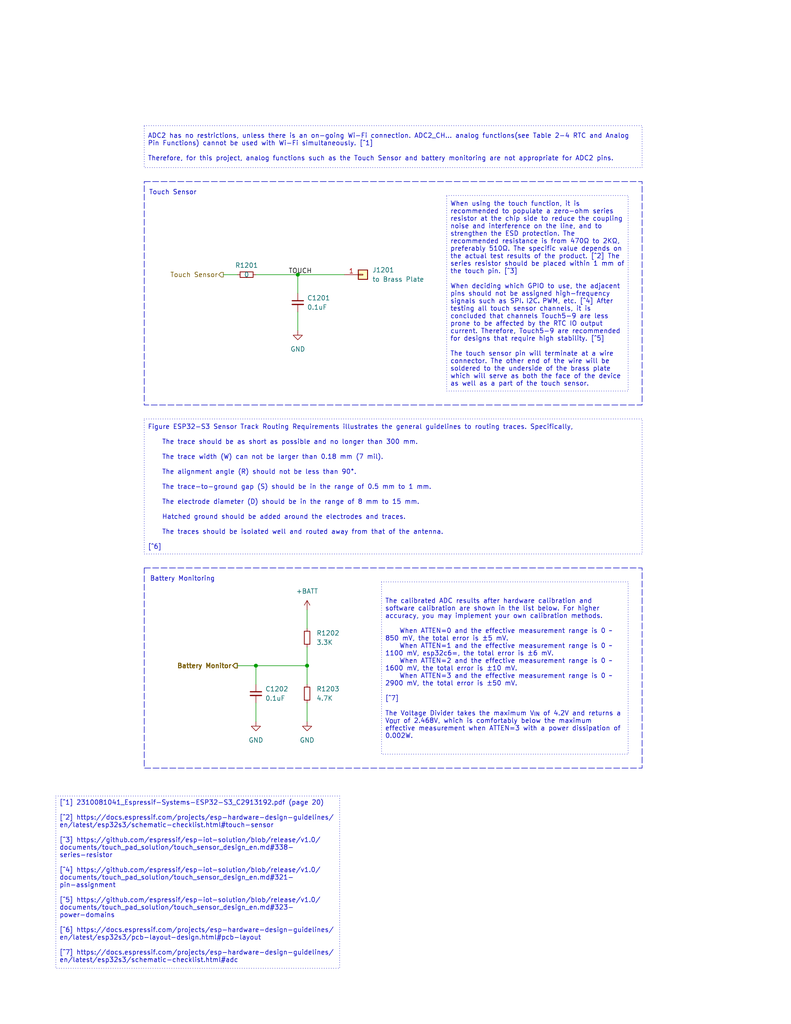
<source format=kicad_sch>
(kicad_sch
	(version 20231120)
	(generator "eeschema")
	(generator_version "8.0")
	(uuid "05a55827-7309-4931-a491-17c08f9f8a6f")
	(paper "A" portrait)
	(title_block
		(title "Comms Badge Voice Assistant")
		(date "2024-03-02")
		(rev "0.1.1")
		(company "Home Sweet Home Assistant")
	)
	(lib_symbols
		(symbol "Comms Badge Voice Assistant Project:+BATT"
			(power)
			(pin_names
				(offset 0)
			)
			(exclude_from_sim no)
			(in_bom yes)
			(on_board yes)
			(property "Reference" "#PWR"
				(at 0 -3.81 0)
				(effects
					(font
						(size 1.27 1.27)
					)
					(hide yes)
				)
			)
			(property "Value" "+BATT"
				(at 0 3.556 0)
				(effects
					(font
						(size 1.27 1.27)
					)
				)
			)
			(property "Footprint" ""
				(at 0 0 0)
				(effects
					(font
						(size 1.27 1.27)
					)
					(hide yes)
				)
			)
			(property "Datasheet" ""
				(at 0 0 0)
				(effects
					(font
						(size 1.27 1.27)
					)
					(hide yes)
				)
			)
			(property "Description" "Power symbol creates a global label with name \"+BATT\""
				(at 0 0 0)
				(effects
					(font
						(size 1.27 1.27)
					)
					(hide yes)
				)
			)
			(property "ki_keywords" "global power battery"
				(at 0 0 0)
				(effects
					(font
						(size 1.27 1.27)
					)
					(hide yes)
				)
			)
			(symbol "+BATT_0_1"
				(polyline
					(pts
						(xy -0.762 1.27) (xy 0 2.54)
					)
					(stroke
						(width 0)
						(type default)
					)
					(fill
						(type none)
					)
				)
				(polyline
					(pts
						(xy 0 0) (xy 0 2.54)
					)
					(stroke
						(width 0)
						(type default)
					)
					(fill
						(type none)
					)
				)
				(polyline
					(pts
						(xy 0 2.54) (xy 0.762 1.27)
					)
					(stroke
						(width 0)
						(type default)
					)
					(fill
						(type none)
					)
				)
			)
			(symbol "+BATT_1_1"
				(pin power_in line
					(at 0 0 90)
					(length 0) hide
					(name "+BATT"
						(effects
							(font
								(size 1.27 1.27)
							)
						)
					)
					(number "1"
						(effects
							(font
								(size 1.27 1.27)
							)
						)
					)
				)
			)
		)
		(symbol "Comms Badge Voice Assistant Project:C_Small"
			(pin_numbers hide)
			(pin_names
				(offset 0.254) hide)
			(exclude_from_sim no)
			(in_bom yes)
			(on_board yes)
			(property "Reference" "C"
				(at 0.254 1.778 0)
				(effects
					(font
						(size 1.27 1.27)
					)
					(justify left)
				)
			)
			(property "Value" "C_Small"
				(at 0.254 -2.032 0)
				(effects
					(font
						(size 1.27 1.27)
					)
					(justify left)
				)
			)
			(property "Footprint" ""
				(at 0 0 0)
				(effects
					(font
						(size 1.27 1.27)
					)
					(hide yes)
				)
			)
			(property "Datasheet" "~"
				(at 0 0 0)
				(effects
					(font
						(size 1.27 1.27)
					)
					(hide yes)
				)
			)
			(property "Description" "Unpolarized capacitor, small symbol"
				(at 0 0 0)
				(effects
					(font
						(size 1.27 1.27)
					)
					(hide yes)
				)
			)
			(property "ki_keywords" "capacitor cap"
				(at 0 0 0)
				(effects
					(font
						(size 1.27 1.27)
					)
					(hide yes)
				)
			)
			(property "ki_fp_filters" "C_*"
				(at 0 0 0)
				(effects
					(font
						(size 1.27 1.27)
					)
					(hide yes)
				)
			)
			(symbol "C_Small_0_1"
				(polyline
					(pts
						(xy -1.524 -0.508) (xy 1.524 -0.508)
					)
					(stroke
						(width 0.3302)
						(type default)
					)
					(fill
						(type none)
					)
				)
				(polyline
					(pts
						(xy -1.524 0.508) (xy 1.524 0.508)
					)
					(stroke
						(width 0.3048)
						(type default)
					)
					(fill
						(type none)
					)
				)
			)
			(symbol "C_Small_1_1"
				(pin passive line
					(at 0 2.54 270)
					(length 2.032)
					(name "~"
						(effects
							(font
								(size 1.27 1.27)
							)
						)
					)
					(number "1"
						(effects
							(font
								(size 1.27 1.27)
							)
						)
					)
				)
				(pin passive line
					(at 0 -2.54 90)
					(length 2.032)
					(name "~"
						(effects
							(font
								(size 1.27 1.27)
							)
						)
					)
					(number "2"
						(effects
							(font
								(size 1.27 1.27)
							)
						)
					)
				)
			)
		)
		(symbol "Comms Badge Voice Assistant Project:Conn_01x01"
			(pin_names
				(offset 1.016) hide)
			(exclude_from_sim no)
			(in_bom yes)
			(on_board yes)
			(property "Reference" "J"
				(at 0 2.54 0)
				(effects
					(font
						(size 1.27 1.27)
					)
				)
			)
			(property "Value" "Conn_01x01"
				(at 0 -2.54 0)
				(effects
					(font
						(size 1.27 1.27)
					)
				)
			)
			(property "Footprint" ""
				(at 0 0 0)
				(effects
					(font
						(size 1.27 1.27)
					)
					(hide yes)
				)
			)
			(property "Datasheet" "~"
				(at 0 0 0)
				(effects
					(font
						(size 1.27 1.27)
					)
					(hide yes)
				)
			)
			(property "Description" "Generic connector, single row, 01x01, script generated (kicad-library-utils/schlib/autogen/connector/)"
				(at 0 0 0)
				(effects
					(font
						(size 1.27 1.27)
					)
					(hide yes)
				)
			)
			(property "ki_keywords" "connector"
				(at 0 0 0)
				(effects
					(font
						(size 1.27 1.27)
					)
					(hide yes)
				)
			)
			(property "ki_fp_filters" "Connector*:*_1x??_*"
				(at 0 0 0)
				(effects
					(font
						(size 1.27 1.27)
					)
					(hide yes)
				)
			)
			(symbol "Conn_01x01_1_1"
				(rectangle
					(start -1.27 0.127)
					(end 0 -0.127)
					(stroke
						(width 0.1524)
						(type default)
					)
					(fill
						(type none)
					)
				)
				(rectangle
					(start -1.27 1.27)
					(end 1.27 -1.27)
					(stroke
						(width 0.254)
						(type default)
					)
					(fill
						(type background)
					)
				)
				(pin passive line
					(at -5.08 0 0)
					(length 3.81)
					(name "Pin_1"
						(effects
							(font
								(size 1.27 1.27)
							)
						)
					)
					(number "1"
						(effects
							(font
								(size 1.27 1.27)
							)
						)
					)
				)
			)
		)
		(symbol "Comms Badge Voice Assistant Project:GND"
			(power)
			(pin_names
				(offset 0)
			)
			(exclude_from_sim no)
			(in_bom yes)
			(on_board yes)
			(property "Reference" "#PWR"
				(at 0 -6.35 0)
				(effects
					(font
						(size 1.27 1.27)
					)
					(hide yes)
				)
			)
			(property "Value" "GND"
				(at 0 -3.81 0)
				(effects
					(font
						(size 1.27 1.27)
					)
				)
			)
			(property "Footprint" ""
				(at 0 0 0)
				(effects
					(font
						(size 1.27 1.27)
					)
					(hide yes)
				)
			)
			(property "Datasheet" ""
				(at 0 0 0)
				(effects
					(font
						(size 1.27 1.27)
					)
					(hide yes)
				)
			)
			(property "Description" "Power symbol creates a global label with name \"GND\" , ground"
				(at 0 0 0)
				(effects
					(font
						(size 1.27 1.27)
					)
					(hide yes)
				)
			)
			(property "ki_keywords" "global power"
				(at 0 0 0)
				(effects
					(font
						(size 1.27 1.27)
					)
					(hide yes)
				)
			)
			(symbol "GND_0_1"
				(polyline
					(pts
						(xy 0 0) (xy 0 -1.27) (xy 1.27 -1.27) (xy 0 -2.54) (xy -1.27 -1.27) (xy 0 -1.27)
					)
					(stroke
						(width 0)
						(type default)
					)
					(fill
						(type none)
					)
				)
			)
			(symbol "GND_1_1"
				(pin power_in line
					(at 0 0 270)
					(length 0) hide
					(name "GND"
						(effects
							(font
								(size 1.27 1.27)
							)
						)
					)
					(number "1"
						(effects
							(font
								(size 1.27 1.27)
							)
						)
					)
				)
			)
		)
		(symbol "Comms Badge Voice Assistant Project:R_Small"
			(pin_numbers hide)
			(pin_names
				(offset 0.254) hide)
			(exclude_from_sim no)
			(in_bom yes)
			(on_board yes)
			(property "Reference" "R"
				(at 0.762 0.508 0)
				(effects
					(font
						(size 1.27 1.27)
					)
					(justify left)
				)
			)
			(property "Value" "R_Small"
				(at 0.762 -1.016 0)
				(effects
					(font
						(size 1.27 1.27)
					)
					(justify left)
				)
			)
			(property "Footprint" ""
				(at 0 0 0)
				(effects
					(font
						(size 1.27 1.27)
					)
					(hide yes)
				)
			)
			(property "Datasheet" "~"
				(at 0 0 0)
				(effects
					(font
						(size 1.27 1.27)
					)
					(hide yes)
				)
			)
			(property "Description" "Resistor, small symbol"
				(at 0 0 0)
				(effects
					(font
						(size 1.27 1.27)
					)
					(hide yes)
				)
			)
			(property "ki_keywords" "R resistor"
				(at 0 0 0)
				(effects
					(font
						(size 1.27 1.27)
					)
					(hide yes)
				)
			)
			(property "ki_fp_filters" "R_*"
				(at 0 0 0)
				(effects
					(font
						(size 1.27 1.27)
					)
					(hide yes)
				)
			)
			(symbol "R_Small_0_1"
				(rectangle
					(start -0.762 1.778)
					(end 0.762 -1.778)
					(stroke
						(width 0.2032)
						(type default)
					)
					(fill
						(type none)
					)
				)
			)
			(symbol "R_Small_1_1"
				(pin passive line
					(at 0 2.54 270)
					(length 0.762)
					(name "~"
						(effects
							(font
								(size 1.27 1.27)
							)
						)
					)
					(number "1"
						(effects
							(font
								(size 1.27 1.27)
							)
						)
					)
				)
				(pin passive line
					(at 0 -2.54 90)
					(length 0.762)
					(name "~"
						(effects
							(font
								(size 1.27 1.27)
							)
						)
					)
					(number "2"
						(effects
							(font
								(size 1.27 1.27)
							)
						)
					)
				)
			)
		)
	)
	(junction
		(at 83.82 181.61)
		(diameter 0)
		(color 0 0 0 0)
		(uuid "25a29f9f-c003-479c-80fb-614024ef8cfc")
	)
	(junction
		(at 69.85 181.61)
		(diameter 0)
		(color 0 0 0 0)
		(uuid "d5f92ae5-d0f5-4ce3-bd94-9de2788a146e")
	)
	(junction
		(at 81.28 74.93)
		(diameter 0)
		(color 0 0 0 0)
		(uuid "e6302575-e3dc-43f7-bce5-1ad02edaabf0")
	)
	(wire
		(pts
			(xy 81.28 74.93) (xy 81.28 80.01)
		)
		(stroke
			(width 0)
			(type default)
		)
		(uuid "04a40714-fe8c-4d61-93f1-b2705c81cabd")
	)
	(wire
		(pts
			(xy 69.85 191.77) (xy 69.85 196.85)
		)
		(stroke
			(width 0)
			(type default)
		)
		(uuid "22fc2f7a-d4d8-4deb-a315-28d43294d421")
	)
	(wire
		(pts
			(xy 83.82 181.61) (xy 83.82 186.69)
		)
		(stroke
			(width 0)
			(type default)
		)
		(uuid "3b14aaea-fc1c-4989-bba0-dafbd823dba3")
	)
	(wire
		(pts
			(xy 69.85 181.61) (xy 69.85 186.69)
		)
		(stroke
			(width 0)
			(type default)
		)
		(uuid "46ec0b4c-6872-48f2-9dd4-596a83ae3c44")
	)
	(wire
		(pts
			(xy 69.85 74.93) (xy 81.28 74.93)
		)
		(stroke
			(width 0)
			(type default)
		)
		(uuid "4b91773f-9885-4bdd-abb8-03c469000fe0")
	)
	(wire
		(pts
			(xy 83.82 181.61) (xy 69.85 181.61)
		)
		(stroke
			(width 0)
			(type default)
		)
		(uuid "4e5a58c6-579e-4be1-9ab7-e8160df33f44")
	)
	(wire
		(pts
			(xy 83.82 166.37) (xy 83.82 171.45)
		)
		(stroke
			(width 0)
			(type default)
		)
		(uuid "6d56b14f-2c32-4fa9-a463-96ca1b85a109")
	)
	(wire
		(pts
			(xy 81.28 85.09) (xy 81.28 90.17)
		)
		(stroke
			(width 0)
			(type default)
		)
		(uuid "72c9ba1a-5806-43bc-a7c5-30dd11f7f189")
	)
	(wire
		(pts
			(xy 69.85 181.61) (xy 64.77 181.61)
		)
		(stroke
			(width 0)
			(type default)
		)
		(uuid "8eb75d3f-2487-490f-8b7f-cc04767f0c7c")
	)
	(wire
		(pts
			(xy 83.82 191.77) (xy 83.82 196.85)
		)
		(stroke
			(width 0)
			(type default)
		)
		(uuid "a3650376-8944-4ce9-9257-133e8666dea7")
	)
	(wire
		(pts
			(xy 81.28 74.93) (xy 93.98 74.93)
		)
		(stroke
			(width 0)
			(type default)
		)
		(uuid "c3f5ca72-478c-480c-804e-2ff723bacc4d")
	)
	(wire
		(pts
			(xy 60.96 74.93) (xy 64.77 74.93)
		)
		(stroke
			(width 0)
			(type default)
		)
		(uuid "dd8b736d-6377-47a8-a1cd-aee4d2936214")
	)
	(wire
		(pts
			(xy 83.82 176.53) (xy 83.82 181.61)
		)
		(stroke
			(width 0)
			(type default)
		)
		(uuid "efce40ec-c9ff-454b-b73b-59841f339154")
	)
	(rectangle
		(start 39.37 49.53)
		(end 175.26 110.49)
		(stroke
			(width 0)
			(type dash)
		)
		(fill
			(type none)
		)
		(uuid 7e239093-daff-4c1a-a00a-c080faf66e1d)
	)
	(rectangle
		(start 39.37 154.94)
		(end 175.26 209.55)
		(stroke
			(width 0)
			(type dash)
		)
		(fill
			(type none)
		)
		(uuid 87cb2da9-9b9d-4534-b211-f178b494f0c6)
	)
	(text_box "Figure ESP32-S3 Sensor Track Routing Requirements illustrates the general guidelines to routing traces. Specifically,\n\n    The trace should be as short as possible and no longer than 300 mm.\n\n    The trace width (W) can not be larger than 0.18 mm (7 mil).\n\n    The alignment angle (R) should not be less than 90°.\n\n    The trace-to-ground gap (S) should be in the range of 0.5 mm to 1 mm.\n\n    The electrode diameter (D) should be in the range of 8 mm to 15 mm.\n\n    Hatched ground should be added around the electrodes and traces.\n\n    The traces should be isolated well and routed away from that of the antenna.\n\n[^6]"
		(exclude_from_sim no)
		(at 39.37 114.3 0)
		(size 135.89 36.83)
		(stroke
			(width 0)
			(type dot)
		)
		(fill
			(type none)
		)
		(effects
			(font
				(size 1.27 1.27)
			)
			(justify left)
		)
		(uuid "43aebdf0-6428-4fea-8126-23f79aef1407")
	)
	(text_box "When using the touch function, it is recommended to populate a zero-ohm series resistor at the chip side to reduce the coupling noise and interference on the line, and to strengthen the ESD protection. The recommended resistance is from 470Ω to 2KΩ, preferably 510Ω. The specific value depends on the actual test results of the product. [^2] The series resistor should be placed within 1 mm of the touch pin. [^3]\n\nWhen deciding which GPIO to use, the adjacent pins should not be assigned high-frequency signals such as SPI，I2C，PWM, etc. [^4] After testing all touch sensor channels, it is concluded that channels Touch5-9 are less prone to be affected by the RTC IO output current. Therefore, Touch5-9 are recommended for designs that require high stability. [^5]\n\nThe touch sensor pin will terminate at a wire connector. The other end of the wire will be soldered to the underside of the brass plate which will serve as both the face of the device as well as a part of the touch sensor."
		(exclude_from_sim no)
		(at 121.92 53.34 0)
		(size 49.53 53.34)
		(stroke
			(width 0)
			(type dot)
		)
		(fill
			(type none)
		)
		(effects
			(font
				(size 1.27 1.27)
			)
			(justify left)
		)
		(uuid "68a13e00-fc7c-4897-baaa-a3c9437ff80b")
	)
	(text_box "[^1] 2310081041_Espressif-Systems-ESP32-S3_C2913192.pdf (page 20)\n\n[^2] https://docs.espressif.com/projects/esp-hardware-design-guidelines/\nen/latest/esp32s3/schematic-checklist.html#touch-sensor\n\n[^3] https://github.com/espressif/esp-iot-solution/blob/release/v1.0/\ndocuments/touch_pad_solution/touch_sensor_design_en.md#338-\nseries-resistor\n\n[^4] https://github.com/espressif/esp-iot-solution/blob/release/v1.0/\ndocuments/touch_pad_solution/touch_sensor_design_en.md#321-\npin-assignment\n\n[^5] https://github.com/espressif/esp-iot-solution/blob/release/v1.0/\ndocuments/touch_pad_solution/touch_sensor_design_en.md#323-\npower-domains\n\n[^6] https://docs.espressif.com/projects/esp-hardware-design-guidelines/\nen/latest/esp32s3/pcb-layout-design.html#pcb-layout\n\n[^7] https://docs.espressif.com/projects/esp-hardware-design-guidelines/\nen/latest/esp32s3/schematic-checklist.html#adc"
		(exclude_from_sim no)
		(at 15.24 217.17 0)
		(size 77.47 46.99)
		(stroke
			(width 0)
			(type dot)
		)
		(fill
			(type none)
		)
		(effects
			(font
				(size 1.27 1.27)
			)
			(justify left top)
		)
		(uuid "6bc277b4-dc66-466b-9303-7410e3a8ca0c")
	)
	(text_box "ADC2 has no restrictions, unless there is an on-going Wi-Fi connection. ADC2_CH… analog functions(see Table 2-4 RTC and Analog Pin Functions) cannot be used with Wi-Fi simultaneously. [^1]\n\nTherefore, for this project, analog functions such as the Touch Sensor and battery monitoring are not appropriate for ADC2 pins."
		(exclude_from_sim no)
		(at 39.37 34.29 0)
		(size 135.89 11.43)
		(stroke
			(width 0)
			(type dot)
		)
		(fill
			(type none)
		)
		(effects
			(font
				(size 1.27 1.27)
			)
			(justify left)
		)
		(uuid "b1564e1d-b686-46a7-9d37-31b7ce9b8fd3")
	)
	(text_box "The calibrated ADC results after hardware calibration and software calibration are shown in the list below. For higher accuracy, you may implement your own calibration methods.\n\n    When ATTEN=0 and the effective measurement range is 0 ~ 850 mV, the total error is ±5 mV.\n    When ATTEN=1 and the effective measurement range is 0 ~ 1100 mV, esp32c6=, the total error is ±6 mV.\n    When ATTEN=2 and the effective measurement range is 0 ~ 1600 mV, the total error is ±10 mV.\n    When ATTEN=3 and the effective measurement range is 0 ~ 2900 mV, the total error is ±50 mV.\n\n[^7]\n\nThe Voltage Divider takes the maximum V_{IN} of 4.2V and returns a V_{OUT} of 2.468V, which is comfortably below the maximum effective measurement when ATTEN=3 with a power dissipation of 0.002W."
		(exclude_from_sim no)
		(at 104.14 158.75 0)
		(size 67.31 46.99)
		(stroke
			(width 0)
			(type dot)
		)
		(fill
			(type none)
		)
		(effects
			(font
				(size 1.27 1.27)
			)
			(justify left)
		)
		(uuid "d17b04c4-bb83-41a5-b2f7-b1b5df68ee5e")
	)
	(text "Touch Sensor"
		(exclude_from_sim no)
		(at 40.64 52.578 0)
		(effects
			(font
				(size 1.27 1.27)
			)
			(justify left)
		)
		(uuid "398f9e32-096a-4ea6-b0ff-a1f0001932f2")
	)
	(text "Battery Monitoring"
		(exclude_from_sim no)
		(at 40.894 157.988 0)
		(effects
			(font
				(size 1.27 1.27)
			)
			(justify left)
		)
		(uuid "c7319555-3c4b-41e8-aba1-d07f1ca948b8")
	)
	(label "TOUCH"
		(at 78.74 74.93 0)
		(fields_autoplaced yes)
		(effects
			(font
				(size 1.27 1.27)
			)
			(justify left bottom)
		)
		(uuid "9f1b7e25-f0fb-47fd-8e77-779d48cf2314")
	)
	(hierarchical_label "Battery Monitor"
		(shape output)
		(at 64.77 181.61 180)
		(fields_autoplaced yes)
		(effects
			(font
				(size 1.27 1.27)
				(bold yes)
			)
			(justify right)
		)
		(uuid "32bed706-62dc-44b8-834e-c8beb85c5ef1")
	)
	(hierarchical_label "Touch Sensor"
		(shape output)
		(at 60.96 74.93 180)
		(fields_autoplaced yes)
		(effects
			(font
				(size 1.27 1.27)
			)
			(justify right)
		)
		(uuid "e2119e65-c4b5-4b4d-b3c1-a578625b7e67")
	)
	(symbol
		(lib_id "Comms Badge Voice Assistant Project:C_Small")
		(at 69.85 189.23 0)
		(unit 1)
		(exclude_from_sim no)
		(in_bom yes)
		(on_board yes)
		(dnp no)
		(fields_autoplaced yes)
		(uuid "056339bb-b1d5-4b09-947e-8139f5fabea7")
		(property "Reference" "C1202"
			(at 72.39 187.9663 0)
			(effects
				(font
					(size 1.27 1.27)
				)
				(justify left)
			)
		)
		(property "Value" "0.1uF"
			(at 72.39 190.5063 0)
			(effects
				(font
					(size 1.27 1.27)
				)
				(justify left)
			)
		)
		(property "Footprint" "Capacitor_SMD:C_0402_1005Metric"
			(at 69.85 189.23 0)
			(effects
				(font
					(size 1.27 1.27)
				)
				(hide yes)
			)
		)
		(property "Datasheet" "https://datasheet.lcsc.com/lcsc/2304140030_Murata-Electronics-GRM155R61H104JE14D_C426067.pdf"
			(at 69.85 189.23 0)
			(effects
				(font
					(size 1.27 1.27)
				)
				(hide yes)
			)
		)
		(property "Description" ""
			(at 69.85 189.23 0)
			(effects
				(font
					(size 1.27 1.27)
				)
				(hide yes)
			)
		)
		(property "LCSC #" "C426067"
			(at 69.85 189.23 0)
			(effects
				(font
					(size 1.27 1.27)
				)
				(hide yes)
			)
		)
		(property "Mfr. Part #" "GRM155R61H104JE14D"
			(at 69.85 189.23 0)
			(effects
				(font
					(size 1.27 1.27)
				)
				(hide yes)
			)
		)
		(property "DigiKey #" "490-16356-1-ND"
			(at 69.85 189.23 0)
			(effects
				(font
					(size 1.27 1.27)
				)
				(hide yes)
			)
		)
		(property "Mouser #" "81-GRM155R61H104JE4D "
			(at 69.85 189.23 0)
			(effects
				(font
					(size 1.27 1.27)
				)
				(hide yes)
			)
		)
		(property "Price" "0.0068"
			(at 69.85 189.23 0)
			(effects
				(font
					(size 1.27 1.27)
				)
				(hide yes)
			)
		)
		(pin "1"
			(uuid "c0523767-418b-4ae6-b3b9-39f0ee158ff8")
		)
		(pin "2"
			(uuid "d3395145-b2da-4be4-9ccf-d1daf5dbef8a")
		)
		(instances
			(project "Comms Badge Voice Assistant Project"
				(path "/615e3260-ff62-492c-a651-02eeac1fdade/5fa97130-643a-4419-aa6c-6ca7316b1e6f/bf0c4bf9-94c7-47ac-bc68-73b6fd32ae74"
					(reference "C1202")
					(unit 1)
				)
			)
		)
	)
	(symbol
		(lib_id "Comms Badge Voice Assistant Project:+BATT")
		(at 83.82 166.37 0)
		(unit 1)
		(exclude_from_sim no)
		(in_bom yes)
		(on_board yes)
		(dnp no)
		(fields_autoplaced yes)
		(uuid "55c18861-a61b-49b6-b362-d36652aa2f8e")
		(property "Reference" "#PWR01201"
			(at 83.82 170.18 0)
			(effects
				(font
					(size 1.27 1.27)
				)
				(hide yes)
			)
		)
		(property "Value" "+BATT"
			(at 83.82 161.29 0)
			(effects
				(font
					(size 1.27 1.27)
				)
			)
		)
		(property "Footprint" ""
			(at 83.82 166.37 0)
			(effects
				(font
					(size 1.27 1.27)
				)
				(hide yes)
			)
		)
		(property "Datasheet" ""
			(at 83.82 166.37 0)
			(effects
				(font
					(size 1.27 1.27)
				)
				(hide yes)
			)
		)
		(property "Description" ""
			(at 83.82 166.37 0)
			(effects
				(font
					(size 1.27 1.27)
				)
				(hide yes)
			)
		)
		(pin "1"
			(uuid "0681c7d0-9903-4979-8bd0-e6d5b7df7fe8")
		)
		(instances
			(project "Comms Badge Voice Assistant Project"
				(path "/615e3260-ff62-492c-a651-02eeac1fdade/5fa97130-643a-4419-aa6c-6ca7316b1e6f/bf0c4bf9-94c7-47ac-bc68-73b6fd32ae74"
					(reference "#PWR01201")
					(unit 1)
				)
			)
		)
	)
	(symbol
		(lib_id "Comms Badge Voice Assistant Project:R_Small")
		(at 67.31 74.93 90)
		(mirror x)
		(unit 1)
		(exclude_from_sim no)
		(in_bom yes)
		(on_board yes)
		(dnp no)
		(uuid "7cdb122f-6071-4f33-bc9f-09cef71f1bba")
		(property "Reference" "R1201"
			(at 67.31 72.39 90)
			(effects
				(font
					(size 1.27 1.27)
				)
			)
		)
		(property "Value" "0"
			(at 67.31 74.93 90)
			(effects
				(font
					(size 1.27 1.27)
				)
			)
		)
		(property "Footprint" "Resistor_SMD:R_0402_1005Metric"
			(at 67.31 74.93 0)
			(effects
				(font
					(size 1.27 1.27)
				)
				(hide yes)
			)
		)
		(property "Datasheet" "https://datasheet.lcsc.com/lcsc/2304140030_YAGEO-RC0402FR-070RL_C106231.pdf"
			(at 67.31 74.93 0)
			(effects
				(font
					(size 1.27 1.27)
				)
				(hide yes)
			)
		)
		(property "Description" ""
			(at 67.31 74.93 0)
			(effects
				(font
					(size 1.27 1.27)
				)
				(hide yes)
			)
		)
		(property "LCSC #" "C106231"
			(at 67.31 74.93 0)
			(effects
				(font
					(size 1.27 1.27)
				)
				(hide yes)
			)
		)
		(property "Mfr. Part #" "RC0402FR-070RL"
			(at 67.31 74.93 0)
			(effects
				(font
					(size 1.27 1.27)
				)
				(hide yes)
			)
		)
		(property "DigiKey #" "311-0.0LRCT-ND"
			(at 67.31 74.93 0)
			(effects
				(font
					(size 1.27 1.27)
				)
				(hide yes)
			)
		)
		(property "Mouser #" "603-RC0402FR-070RL"
			(at 67.31 74.93 0)
			(effects
				(font
					(size 1.27 1.27)
				)
				(hide yes)
			)
		)
		(property "Price" "0.0007"
			(at 67.31 74.93 0)
			(effects
				(font
					(size 1.27 1.27)
				)
				(hide yes)
			)
		)
		(pin "1"
			(uuid "cdb2feea-12d1-4c09-ba49-59f0b2e343f8")
		)
		(pin "2"
			(uuid "bbf02c59-54c4-4250-b336-e303d2ef59bb")
		)
		(instances
			(project "Comms Badge Voice Assistant Project"
				(path "/615e3260-ff62-492c-a651-02eeac1fdade/5fa97130-643a-4419-aa6c-6ca7316b1e6f/bf0c4bf9-94c7-47ac-bc68-73b6fd32ae74"
					(reference "R1201")
					(unit 1)
				)
			)
		)
	)
	(symbol
		(lib_id "Comms Badge Voice Assistant Project:GND")
		(at 69.85 196.85 0)
		(unit 1)
		(exclude_from_sim no)
		(in_bom yes)
		(on_board yes)
		(dnp no)
		(fields_autoplaced yes)
		(uuid "92487db6-8339-4de1-ba87-c148bba0607e")
		(property "Reference" "#PWR01202"
			(at 69.85 203.2 0)
			(effects
				(font
					(size 1.27 1.27)
				)
				(hide yes)
			)
		)
		(property "Value" "GND"
			(at 69.85 201.93 0)
			(effects
				(font
					(size 1.27 1.27)
				)
			)
		)
		(property "Footprint" ""
			(at 69.85 196.85 0)
			(effects
				(font
					(size 1.27 1.27)
				)
				(hide yes)
			)
		)
		(property "Datasheet" ""
			(at 69.85 196.85 0)
			(effects
				(font
					(size 1.27 1.27)
				)
				(hide yes)
			)
		)
		(property "Description" ""
			(at 69.85 196.85 0)
			(effects
				(font
					(size 1.27 1.27)
				)
				(hide yes)
			)
		)
		(pin "1"
			(uuid "cca8af7c-4581-4603-b619-4b437101a91d")
		)
		(instances
			(project "Comms Badge Voice Assistant Project"
				(path "/615e3260-ff62-492c-a651-02eeac1fdade/5fa97130-643a-4419-aa6c-6ca7316b1e6f/bf0c4bf9-94c7-47ac-bc68-73b6fd32ae74"
					(reference "#PWR01202")
					(unit 1)
				)
			)
		)
	)
	(symbol
		(lib_id "Comms Badge Voice Assistant Project:R_Small")
		(at 83.82 189.23 0)
		(unit 1)
		(exclude_from_sim no)
		(in_bom yes)
		(on_board yes)
		(dnp no)
		(fields_autoplaced yes)
		(uuid "92b17612-a31f-4542-9e3b-2b3f05394d02")
		(property "Reference" "R1203"
			(at 86.36 187.96 0)
			(effects
				(font
					(size 1.27 1.27)
				)
				(justify left)
			)
		)
		(property "Value" "4.7K"
			(at 86.36 190.5 0)
			(effects
				(font
					(size 1.27 1.27)
				)
				(justify left)
			)
		)
		(property "Footprint" "Resistor_SMD:R_0402_1005Metric"
			(at 83.82 189.23 0)
			(effects
				(font
					(size 1.27 1.27)
				)
				(hide yes)
			)
		)
		(property "Datasheet" "https://datasheet.lcsc.com/lcsc/2304140030_YAGEO-RC0402FR-074K7L_C105871.pdf"
			(at 83.82 189.23 0)
			(effects
				(font
					(size 1.27 1.27)
				)
				(hide yes)
			)
		)
		(property "Description" ""
			(at 83.82 189.23 0)
			(effects
				(font
					(size 1.27 1.27)
				)
				(hide yes)
			)
		)
		(property "DigiKey #" "311-4.7KLRCT-ND"
			(at 83.82 189.23 0)
			(effects
				(font
					(size 1.27 1.27)
				)
				(hide yes)
			)
		)
		(property "LCSC #" "C105871"
			(at 83.82 189.23 0)
			(effects
				(font
					(size 1.27 1.27)
				)
				(hide yes)
			)
		)
		(property "Mfr. Part #" "RC0402FR-074K7L"
			(at 83.82 189.23 0)
			(effects
				(font
					(size 1.27 1.27)
				)
				(hide yes)
			)
		)
		(property "Mouser #" "603-RC0402FR-074K7L"
			(at 83.82 189.23 0)
			(effects
				(font
					(size 1.27 1.27)
				)
				(hide yes)
			)
		)
		(property "Price" "0.0006"
			(at 83.82 189.23 0)
			(effects
				(font
					(size 1.27 1.27)
				)
				(hide yes)
			)
		)
		(pin "1"
			(uuid "ad93138c-d4d8-40be-af45-2eca67e04ca1")
		)
		(pin "2"
			(uuid "d938333c-b46e-448a-ba40-e1e5178ac2d1")
		)
		(instances
			(project "Comms Badge Voice Assistant Project"
				(path "/615e3260-ff62-492c-a651-02eeac1fdade/5fa97130-643a-4419-aa6c-6ca7316b1e6f/bf0c4bf9-94c7-47ac-bc68-73b6fd32ae74"
					(reference "R1203")
					(unit 1)
				)
			)
		)
	)
	(symbol
		(lib_id "Comms Badge Voice Assistant Project:R_Small")
		(at 83.82 173.99 180)
		(unit 1)
		(exclude_from_sim no)
		(in_bom yes)
		(on_board yes)
		(dnp no)
		(fields_autoplaced yes)
		(uuid "9efe4414-2dd0-483b-a233-e54dbf34613b")
		(property "Reference" "R1202"
			(at 86.36 172.72 0)
			(effects
				(font
					(size 1.27 1.27)
				)
				(justify right)
			)
		)
		(property "Value" "3.3K"
			(at 86.36 175.26 0)
			(effects
				(font
					(size 1.27 1.27)
				)
				(justify right)
			)
		)
		(property "Footprint" "Resistor_SMD:R_0402_1005Metric"
			(at 83.82 173.99 0)
			(effects
				(font
					(size 1.27 1.27)
				)
				(hide yes)
			)
		)
		(property "Datasheet" "https://datasheet.lcsc.com/lcsc/2304140030_YAGEO-RC0402FR-073K3L_C137992.pdf"
			(at 83.82 173.99 0)
			(effects
				(font
					(size 1.27 1.27)
				)
				(hide yes)
			)
		)
		(property "Description" ""
			(at 83.82 173.99 0)
			(effects
				(font
					(size 1.27 1.27)
				)
				(hide yes)
			)
		)
		(property "DigiKey #" "311-3.30KLRCT-ND"
			(at 83.82 173.99 0)
			(effects
				(font
					(size 1.27 1.27)
				)
				(hide yes)
			)
		)
		(property "LCSC #" "C137992"
			(at 83.82 173.99 0)
			(effects
				(font
					(size 1.27 1.27)
				)
				(hide yes)
			)
		)
		(property "Mfr. Part #" "RC0402FR-073K3L"
			(at 83.82 173.99 0)
			(effects
				(font
					(size 1.27 1.27)
				)
				(hide yes)
			)
		)
		(property "Mouser #" "603-RC0402FR-073K3L"
			(at 83.82 173.99 0)
			(effects
				(font
					(size 1.27 1.27)
				)
				(hide yes)
			)
		)
		(property "Price" "0.0007"
			(at 83.82 173.99 0)
			(effects
				(font
					(size 1.27 1.27)
				)
				(hide yes)
			)
		)
		(pin "1"
			(uuid "8d68f3a8-fc8c-4203-9f62-013e19d6ac1b")
		)
		(pin "2"
			(uuid "474ba259-8596-4824-a99b-e0fd45cd7ce4")
		)
		(instances
			(project "Comms Badge Voice Assistant Project"
				(path "/615e3260-ff62-492c-a651-02eeac1fdade/5fa97130-643a-4419-aa6c-6ca7316b1e6f/bf0c4bf9-94c7-47ac-bc68-73b6fd32ae74"
					(reference "R1202")
					(unit 1)
				)
			)
		)
	)
	(symbol
		(lib_id "Comms Badge Voice Assistant Project:GND")
		(at 83.82 196.85 0)
		(unit 1)
		(exclude_from_sim no)
		(in_bom yes)
		(on_board yes)
		(dnp no)
		(fields_autoplaced yes)
		(uuid "b205b594-f893-4c90-a1e3-d36443604cb0")
		(property "Reference" "#PWR01203"
			(at 83.82 203.2 0)
			(effects
				(font
					(size 1.27 1.27)
				)
				(hide yes)
			)
		)
		(property "Value" "GND"
			(at 83.82 201.93 0)
			(effects
				(font
					(size 1.27 1.27)
				)
			)
		)
		(property "Footprint" ""
			(at 83.82 196.85 0)
			(effects
				(font
					(size 1.27 1.27)
				)
				(hide yes)
			)
		)
		(property "Datasheet" ""
			(at 83.82 196.85 0)
			(effects
				(font
					(size 1.27 1.27)
				)
				(hide yes)
			)
		)
		(property "Description" ""
			(at 83.82 196.85 0)
			(effects
				(font
					(size 1.27 1.27)
				)
				(hide yes)
			)
		)
		(pin "1"
			(uuid "95f398d0-a0bb-4451-bb26-ab5027dd29bc")
		)
		(instances
			(project "Comms Badge Voice Assistant Project"
				(path "/615e3260-ff62-492c-a651-02eeac1fdade/5fa97130-643a-4419-aa6c-6ca7316b1e6f/bf0c4bf9-94c7-47ac-bc68-73b6fd32ae74"
					(reference "#PWR01203")
					(unit 1)
				)
			)
		)
	)
	(symbol
		(lib_id "Comms Badge Voice Assistant Project:C_Small")
		(at 81.28 82.55 0)
		(unit 1)
		(exclude_from_sim no)
		(in_bom yes)
		(on_board yes)
		(dnp no)
		(fields_autoplaced yes)
		(uuid "c02cd9fb-2391-4d03-9d2d-77d34e45a640")
		(property "Reference" "C1201"
			(at 83.82 81.2863 0)
			(effects
				(font
					(size 1.27 1.27)
				)
				(justify left)
			)
		)
		(property "Value" "0.1uF"
			(at 83.82 83.8263 0)
			(effects
				(font
					(size 1.27 1.27)
				)
				(justify left)
			)
		)
		(property "Footprint" "Capacitor_SMD:C_0402_1005Metric"
			(at 81.28 82.55 0)
			(effects
				(font
					(size 1.27 1.27)
				)
				(hide yes)
			)
		)
		(property "Datasheet" "https://datasheet.lcsc.com/lcsc/2304140030_Murata-Electronics-GRM155R61H104JE14D_C426067.pdf"
			(at 81.28 82.55 0)
			(effects
				(font
					(size 1.27 1.27)
				)
				(hide yes)
			)
		)
		(property "Description" ""
			(at 81.28 82.55 0)
			(effects
				(font
					(size 1.27 1.27)
				)
				(hide yes)
			)
		)
		(property "LCSC #" "C426067"
			(at 81.28 82.55 0)
			(effects
				(font
					(size 1.27 1.27)
				)
				(hide yes)
			)
		)
		(property "Mfr. Part #" "GRM155R61H104JE14D"
			(at 81.28 82.55 0)
			(effects
				(font
					(size 1.27 1.27)
				)
				(hide yes)
			)
		)
		(property "DigiKey #" "490-16356-1-ND"
			(at 81.28 82.55 0)
			(effects
				(font
					(size 1.27 1.27)
				)
				(hide yes)
			)
		)
		(property "Mouser #" "81-GRM155R61H104JE4D "
			(at 81.28 82.55 0)
			(effects
				(font
					(size 1.27 1.27)
				)
				(hide yes)
			)
		)
		(property "Price" "0.0068"
			(at 81.28 82.55 0)
			(effects
				(font
					(size 1.27 1.27)
				)
				(hide yes)
			)
		)
		(pin "1"
			(uuid "5293bafa-a525-4007-9fc8-d511bcebaa09")
		)
		(pin "2"
			(uuid "d1a6a241-02ed-4b67-9369-415e10864fdd")
		)
		(instances
			(project "Comms Badge Voice Assistant Project"
				(path "/615e3260-ff62-492c-a651-02eeac1fdade/5fa97130-643a-4419-aa6c-6ca7316b1e6f/bf0c4bf9-94c7-47ac-bc68-73b6fd32ae74"
					(reference "C1201")
					(unit 1)
				)
			)
		)
	)
	(symbol
		(lib_id "Comms Badge Voice Assistant Project:Conn_01x01")
		(at 99.06 74.93 0)
		(unit 1)
		(exclude_from_sim no)
		(in_bom yes)
		(on_board yes)
		(dnp no)
		(fields_autoplaced yes)
		(uuid "d227274c-13b5-44b5-94bc-c3172260092b")
		(property "Reference" "J1201"
			(at 101.6 73.66 0)
			(effects
				(font
					(size 1.27 1.27)
				)
				(justify left)
			)
		)
		(property "Value" "to Brass Plate"
			(at 101.6 76.2 0)
			(effects
				(font
					(size 1.27 1.27)
				)
				(justify left)
			)
		)
		(property "Footprint" "Connector_Wire:SolderWire-0.5sqmm_1x01_D0.9mm_OD2.3mm"
			(at 99.06 74.93 0)
			(effects
				(font
					(size 1.27 1.27)
				)
				(hide yes)
			)
		)
		(property "Datasheet" "~"
			(at 99.06 74.93 0)
			(effects
				(font
					(size 1.27 1.27)
				)
				(hide yes)
			)
		)
		(property "Description" ""
			(at 99.06 74.93 0)
			(effects
				(font
					(size 1.27 1.27)
				)
				(hide yes)
			)
		)
		(property "LCSC #" ""
			(at 99.06 74.93 0)
			(effects
				(font
					(size 1.27 1.27)
				)
				(hide yes)
			)
		)
		(property "Mfr. Part #" ""
			(at 99.06 74.93 0)
			(effects
				(font
					(size 1.27 1.27)
				)
				(hide yes)
			)
		)
		(property "DigiKey #" ""
			(at 99.06 74.93 0)
			(effects
				(font
					(size 1.27 1.27)
				)
				(hide yes)
			)
		)
		(property "Mouser #" ""
			(at 99.06 74.93 0)
			(effects
				(font
					(size 1.27 1.27)
				)
				(hide yes)
			)
		)
		(property "Price" ""
			(at 99.06 74.93 0)
			(effects
				(font
					(size 1.27 1.27)
				)
				(hide yes)
			)
		)
		(pin "1"
			(uuid "24652e47-712f-4999-b035-668db52d19e9")
		)
		(instances
			(project "Comms Badge Voice Assistant Project"
				(path "/615e3260-ff62-492c-a651-02eeac1fdade/5fa97130-643a-4419-aa6c-6ca7316b1e6f/bf0c4bf9-94c7-47ac-bc68-73b6fd32ae74"
					(reference "J1201")
					(unit 1)
				)
			)
		)
	)
	(symbol
		(lib_id "Comms Badge Voice Assistant Project:GND")
		(at 81.28 90.17 0)
		(unit 1)
		(exclude_from_sim no)
		(in_bom yes)
		(on_board yes)
		(dnp no)
		(fields_autoplaced yes)
		(uuid "d5b50754-5ed1-4877-8ab8-cfb93379f00e")
		(property "Reference" "#PWR01204"
			(at 81.28 96.52 0)
			(effects
				(font
					(size 1.27 1.27)
				)
				(hide yes)
			)
		)
		(property "Value" "GND"
			(at 81.28 95.25 0)
			(effects
				(font
					(size 1.27 1.27)
				)
			)
		)
		(property "Footprint" ""
			(at 81.28 90.17 0)
			(effects
				(font
					(size 1.27 1.27)
				)
				(hide yes)
			)
		)
		(property "Datasheet" ""
			(at 81.28 90.17 0)
			(effects
				(font
					(size 1.27 1.27)
				)
				(hide yes)
			)
		)
		(property "Description" ""
			(at 81.28 90.17 0)
			(effects
				(font
					(size 1.27 1.27)
				)
				(hide yes)
			)
		)
		(pin "1"
			(uuid "b8f73e7a-3119-44d2-8511-a59415883d79")
		)
		(instances
			(project "Comms Badge Voice Assistant Project"
				(path "/615e3260-ff62-492c-a651-02eeac1fdade/5fa97130-643a-4419-aa6c-6ca7316b1e6f/bf0c4bf9-94c7-47ac-bc68-73b6fd32ae74"
					(reference "#PWR01204")
					(unit 1)
				)
			)
		)
	)
)
</source>
